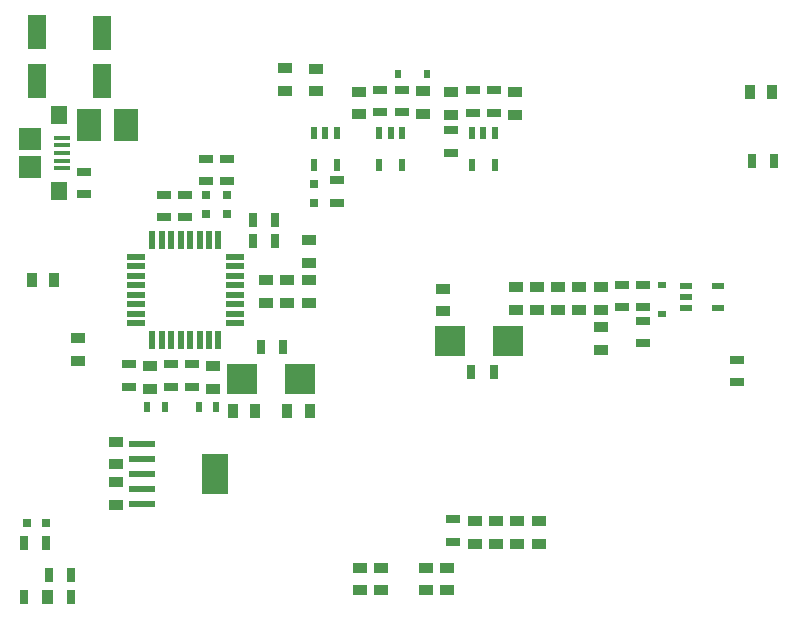
<source format=gtp>
G04*
G04 #@! TF.GenerationSoftware,Altium Limited,Altium Designer,23.2.1 (34)*
G04*
G04 Layer_Color=8421504*
%FSLAX44Y44*%
%MOMM*%
G71*
G04*
G04 #@! TF.SameCoordinates,4F847AC2-02D0-4AD0-BDAF-0AB3E8A313E0*
G04*
G04*
G04 #@! TF.FilePolarity,Positive*
G04*
G01*
G75*
%ADD15R,1.3000X0.9000*%
%ADD16R,0.8000X0.8000*%
%ADD17R,1.3000X0.7000*%
%ADD18R,0.5500X1.0000*%
%ADD19R,0.9000X1.3000*%
%ADD20R,2.2000X3.5000*%
%ADD21R,2.2000X0.6000*%
%ADD22R,0.8000X0.8000*%
%ADD23R,0.7000X1.3000*%
%ADD24R,0.5500X1.5000*%
%ADD25R,1.5000X0.5500*%
%ADD26R,2.5000X2.6000*%
%ADD27R,1.0000X0.5500*%
%ADD28R,1.6000X3.0000*%
%ADD29R,2.0000X2.7000*%
%ADD30R,1.9000X1.9000*%
%ADD31R,1.4000X1.6000*%
%ADD32R,1.3500X0.4000*%
%ADD33R,0.6858X0.5588*%
%ADD34R,0.5588X0.6858*%
%ADD35R,0.6000X0.9000*%
D15*
X62750Y240250D02*
D03*
Y259250D02*
D03*
X95000Y137250D02*
D03*
Y118250D02*
D03*
X95000Y171500D02*
D03*
Y152500D02*
D03*
X505500Y302500D02*
D03*
Y283500D02*
D03*
Y249500D02*
D03*
Y268500D02*
D03*
X301750Y45750D02*
D03*
Y64750D02*
D03*
X320000Y45750D02*
D03*
Y64750D02*
D03*
X357500Y45750D02*
D03*
Y64750D02*
D03*
X375750Y45750D02*
D03*
Y64750D02*
D03*
X433000Y448500D02*
D03*
Y467500D02*
D03*
X379250Y448500D02*
D03*
Y467500D02*
D03*
X355000Y468500D02*
D03*
Y449500D02*
D03*
X222250Y308250D02*
D03*
Y289250D02*
D03*
X258250Y308250D02*
D03*
Y289250D02*
D03*
X240250Y308250D02*
D03*
Y289250D02*
D03*
X301000Y449000D02*
D03*
Y468000D02*
D03*
X177750Y235500D02*
D03*
Y216500D02*
D03*
X124000Y235500D02*
D03*
Y216500D02*
D03*
X264500Y468500D02*
D03*
Y487500D02*
D03*
X451500Y283500D02*
D03*
Y302500D02*
D03*
X469750Y283500D02*
D03*
Y302500D02*
D03*
X238750Y487750D02*
D03*
Y468750D02*
D03*
X435000Y104250D02*
D03*
Y85250D02*
D03*
X417000Y104250D02*
D03*
Y85250D02*
D03*
X453000Y104250D02*
D03*
Y85250D02*
D03*
X372000Y282250D02*
D03*
Y301250D02*
D03*
X433500Y283500D02*
D03*
Y302500D02*
D03*
X258250Y323000D02*
D03*
Y342000D02*
D03*
X487500Y283500D02*
D03*
Y302500D02*
D03*
X399000Y104250D02*
D03*
Y85250D02*
D03*
D16*
X263000Y389750D02*
D03*
Y373750D02*
D03*
X171500Y380250D02*
D03*
Y364250D02*
D03*
X189250Y380250D02*
D03*
Y364250D02*
D03*
D17*
X282000Y374000D02*
D03*
Y393000D02*
D03*
X106250Y237250D02*
D03*
Y218250D02*
D03*
X620750Y240750D02*
D03*
Y221750D02*
D03*
X523500Y304250D02*
D03*
Y285250D02*
D03*
X541500Y304250D02*
D03*
Y285250D02*
D03*
X541750Y255000D02*
D03*
Y274000D02*
D03*
X415000Y450250D02*
D03*
Y469250D02*
D03*
X379250Y435250D02*
D03*
Y416250D02*
D03*
X397250Y450250D02*
D03*
Y469250D02*
D03*
X153750Y380500D02*
D03*
Y361500D02*
D03*
X171250Y411000D02*
D03*
Y392000D02*
D03*
X189000Y411000D02*
D03*
Y392000D02*
D03*
X337000Y450750D02*
D03*
Y469750D02*
D03*
X319000Y450750D02*
D03*
Y469750D02*
D03*
X135750Y380500D02*
D03*
Y361500D02*
D03*
X159750Y237250D02*
D03*
Y218250D02*
D03*
X142000Y237250D02*
D03*
Y218250D02*
D03*
X67750Y381250D02*
D03*
Y400250D02*
D03*
X381000Y87000D02*
D03*
Y106000D02*
D03*
D18*
X263000Y405750D02*
D03*
X282000D02*
D03*
X263000Y432750D02*
D03*
X272500D02*
D03*
X282000D02*
D03*
X415750Y432750D02*
D03*
X406250D02*
D03*
X396750D02*
D03*
X415750Y405750D02*
D03*
X396750D02*
D03*
X337250Y433250D02*
D03*
X327750D02*
D03*
X318250D02*
D03*
X337250Y406250D02*
D03*
X318250D02*
D03*
D19*
X43000Y308750D02*
D03*
X24000D02*
D03*
X259250Y198000D02*
D03*
X240250D02*
D03*
X194250D02*
D03*
X213250D02*
D03*
X651000Y467500D02*
D03*
X632000D02*
D03*
D20*
X179250Y144000D02*
D03*
D21*
X117250Y118600D02*
D03*
Y131300D02*
D03*
Y144000D02*
D03*
Y156700D02*
D03*
Y169400D02*
D03*
D22*
X35693Y102500D02*
D03*
X19693D02*
D03*
D23*
X17000Y85750D02*
D03*
X36000D02*
D03*
X38500Y58500D02*
D03*
X57500D02*
D03*
Y40500D02*
D03*
X38500D02*
D03*
X36000D02*
D03*
X17000D02*
D03*
X396000Y230250D02*
D03*
X415000D02*
D03*
X236750Y252000D02*
D03*
X217750D02*
D03*
X230250Y359500D02*
D03*
X211250D02*
D03*
X230250Y341750D02*
D03*
X211250D02*
D03*
X652750Y409000D02*
D03*
X633750D02*
D03*
D24*
X182000Y258000D02*
D03*
X174000D02*
D03*
X166000D02*
D03*
X158000D02*
D03*
X150000D02*
D03*
X142000D02*
D03*
X134000D02*
D03*
X126000D02*
D03*
Y342000D02*
D03*
X134000D02*
D03*
X142000D02*
D03*
X150000D02*
D03*
X158000D02*
D03*
X166000D02*
D03*
X174000D02*
D03*
X182000D02*
D03*
D25*
X112000Y272000D02*
D03*
Y280000D02*
D03*
Y288000D02*
D03*
Y296000D02*
D03*
Y304000D02*
D03*
Y312000D02*
D03*
Y320000D02*
D03*
Y328000D02*
D03*
X196000D02*
D03*
Y320000D02*
D03*
Y312000D02*
D03*
Y304000D02*
D03*
Y296000D02*
D03*
Y288000D02*
D03*
Y280000D02*
D03*
Y272000D02*
D03*
D26*
X377750Y257250D02*
D03*
X426750D02*
D03*
X251250Y225000D02*
D03*
X202250D02*
D03*
D27*
X577750Y303750D02*
D03*
Y294250D02*
D03*
Y284750D02*
D03*
X604750Y303750D02*
D03*
Y284750D02*
D03*
D28*
X28000Y477250D02*
D03*
Y518250D02*
D03*
X83250Y477000D02*
D03*
Y518000D02*
D03*
D29*
X72000Y440000D02*
D03*
X104000D02*
D03*
D30*
X22625Y404000D02*
D03*
Y428000D02*
D03*
D31*
X47125Y384000D02*
D03*
Y448000D02*
D03*
D32*
X49375Y403000D02*
D03*
Y409500D02*
D03*
Y416000D02*
D03*
Y422500D02*
D03*
Y429000D02*
D03*
D33*
X557500Y303942D02*
D03*
Y279558D02*
D03*
D34*
X358442Y483000D02*
D03*
X334058D02*
D03*
D35*
X180250Y201250D02*
D03*
X165250D02*
D03*
X121500D02*
D03*
X136500D02*
D03*
M02*

</source>
